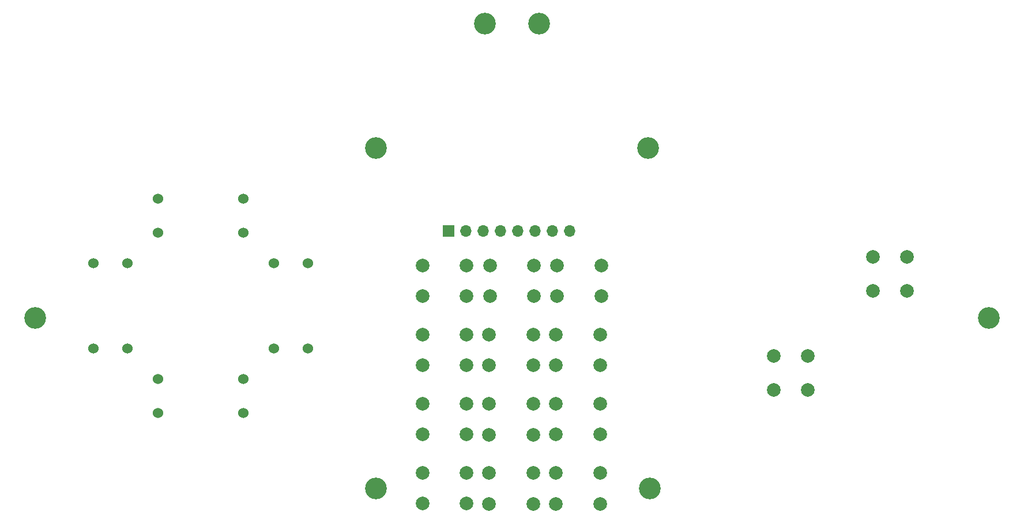
<source format=gbr>
%TF.GenerationSoftware,KiCad,Pcbnew,8.0.5*%
%TF.CreationDate,2024-09-28T10:39:20+08:00*%
%TF.ProjectId,ColecoVisionController,436f6c65-636f-4566-9973-696f6e436f6e,rev?*%
%TF.SameCoordinates,Original*%
%TF.FileFunction,Soldermask,Top*%
%TF.FilePolarity,Negative*%
%FSLAX46Y46*%
G04 Gerber Fmt 4.6, Leading zero omitted, Abs format (unit mm)*
G04 Created by KiCad (PCBNEW 8.0.5) date 2024-09-28 10:39:20*
%MOMM*%
%LPD*%
G01*
G04 APERTURE LIST*
%ADD10C,1.524000*%
%ADD11C,2.000000*%
%ADD12R,1.700000X1.700000*%
%ADD13O,1.700000X1.700000*%
%ADD14C,3.200000*%
G04 APERTURE END LIST*
D10*
%TO.C,SW4*%
X80514000Y-108712000D03*
X80514000Y-96212000D03*
X85514000Y-96212000D03*
X85514000Y-108712000D03*
%TD*%
D11*
%TO.C,SW13*%
X128830000Y-121340000D03*
X135330000Y-121340000D03*
X135330000Y-116840000D03*
X128830000Y-116840000D03*
%TD*%
D12*
%TO.C,J1*%
X132655000Y-91461000D03*
D13*
X135195000Y-91461000D03*
X137735000Y-91461000D03*
X140275000Y-91461000D03*
X142815000Y-91461000D03*
X145355000Y-91461000D03*
X147895000Y-91461000D03*
X150435000Y-91461000D03*
%TD*%
D11*
%TO.C,SW11*%
X138635000Y-106680000D03*
X145135000Y-106680000D03*
X145135000Y-111180000D03*
X138635000Y-111180000D03*
%TD*%
%TO.C,SW6*%
X180420000Y-109808000D03*
X185420000Y-109808000D03*
X185420000Y-114808000D03*
X180420000Y-114808000D03*
%TD*%
D14*
%TO.C,MH*%
X71986000Y-104286000D03*
%TD*%
%TO.C,MH*%
X145986000Y-60960000D03*
%TD*%
D11*
%TO.C,SW16*%
X128830000Y-131500000D03*
X135330000Y-131500000D03*
X135330000Y-127000000D03*
X128830000Y-127000000D03*
%TD*%
%TO.C,SW7*%
X128830000Y-96520000D03*
X135330000Y-96520000D03*
X135330000Y-101020000D03*
X128830000Y-101020000D03*
%TD*%
D14*
%TO.C,MH*%
X137986000Y-60960000D03*
%TD*%
D10*
%TO.C,SW2*%
X102514000Y-118212000D03*
X90014000Y-118212000D03*
X90014000Y-113212000D03*
X102514000Y-113212000D03*
%TD*%
D11*
%TO.C,SW5*%
X194983000Y-95290000D03*
X199983000Y-95290000D03*
X199983000Y-100290000D03*
X194983000Y-100290000D03*
%TD*%
%TO.C,SW12*%
X148440000Y-111180000D03*
X154940000Y-111180000D03*
X154940000Y-106680000D03*
X148440000Y-106680000D03*
%TD*%
%TO.C,SW18*%
X148440000Y-131572000D03*
X154940000Y-131572000D03*
X154940000Y-127072000D03*
X148440000Y-127072000D03*
%TD*%
%TO.C,SW10*%
X128830000Y-106680000D03*
X135330000Y-106680000D03*
X135330000Y-111180000D03*
X128830000Y-111180000D03*
%TD*%
%TO.C,SW8*%
X138736000Y-96520000D03*
X145236000Y-96520000D03*
X145236000Y-101020000D03*
X138736000Y-101020000D03*
%TD*%
D14*
%TO.C,MH*%
X211986000Y-104286000D03*
%TD*%
D11*
%TO.C,SW17*%
X138635000Y-131572000D03*
X145135000Y-131572000D03*
X145135000Y-127072000D03*
X138635000Y-127072000D03*
%TD*%
D14*
%TO.C,MH*%
X121986000Y-129286000D03*
%TD*%
D11*
%TO.C,SW15*%
X148440000Y-121340000D03*
X154940000Y-121340000D03*
X154940000Y-116840000D03*
X148440000Y-116840000D03*
%TD*%
%TO.C,SW14*%
X138635000Y-121412000D03*
X145135000Y-121412000D03*
X145135000Y-116912000D03*
X138635000Y-116912000D03*
%TD*%
D10*
%TO.C,SW1*%
X90014000Y-86712000D03*
X102514000Y-86712000D03*
X102514000Y-91712000D03*
X90014000Y-91712000D03*
%TD*%
D11*
%TO.C,SW9*%
X148590000Y-96520000D03*
X155090000Y-96520000D03*
X155090000Y-101020000D03*
X148590000Y-101020000D03*
%TD*%
D14*
%TO.C,MH*%
X162240000Y-129286000D03*
%TD*%
%TO.C,MH*%
X121986000Y-79286000D03*
%TD*%
D10*
%TO.C,SW3*%
X112014000Y-96212000D03*
X112014000Y-108712000D03*
X107014000Y-108712000D03*
X107014000Y-96212000D03*
%TD*%
D14*
%TO.C,MH*%
X161986000Y-79286000D03*
%TD*%
M02*

</source>
